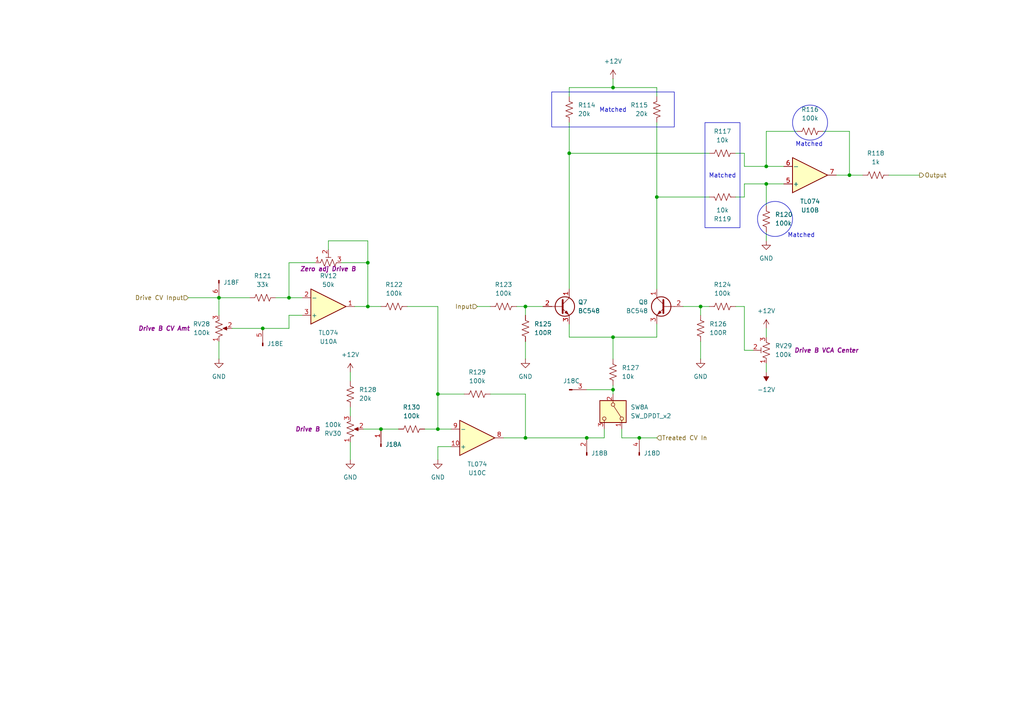
<source format=kicad_sch>
(kicad_sch (version 20250114) (generator "eeschema") (generator_version "9.0")
  (paper "A4")
  (title_block (company "DMH Instruments") (comment 1 "PCB for 15cm Kosmo format synthesizer module"))
  (lib_symbols
    (symbol "Amplifier_Operational:TL074" (pin_names (offset 0.127))
      (property "Reference" "U" (at 0 5.08 0))
      (property "Value" "TL074" (at 0 -5.08 0))
      (symbol "TL074_1_1"
        (polyline (pts (xy -5.08 5.08) (xy 5.08 0) (xy -5.08 -5.08) (xy -5.08 5.08)) (stroke (width 0.254)) (fill (type background)))
        (pin input line (at -7.62 2.54 0) (length 2.54) (name "+") (number "3"))
        (pin input line (at -7.62 -2.54 0) (length 2.54) (name "-") (number "2"))
        (pin output line (at 7.62 0 180) (length 2.54) (name "~") (number "1"))
      )
      (symbol "TL074_2_1"
        (polyline (pts (xy -5.08 5.08) (xy 5.08 0) (xy -5.08 -5.08) (xy -5.08 5.08)) (stroke (width 0.254)) (fill (type background)))
        (pin input line (at -7.62 2.54 0) (length 2.54) (name "+") (number "5"))
        (pin input line (at -7.62 -2.54 0) (length 2.54) (name "-") (number "6"))
        (pin output line (at 7.62 0 180) (length 2.54) (name "~") (number "7"))
      )
      (symbol "TL074_3_1"
        (polyline (pts (xy -5.08 5.08) (xy 5.08 0) (xy -5.08 -5.08) (xy -5.08 5.08)) (stroke (width 0.254)) (fill (type background)))
        (pin input line (at -7.62 2.54 0) (length 2.54) (name "+") (number "10"))
        (pin input line (at -7.62 -2.54 0) (length 2.54) (name "-") (number "9"))
        (pin output line (at 7.62 0 180) (length 2.54) (name "~") (number "8"))
      )
      (symbol "TL074_4_1"
        (polyline (pts (xy -5.08 5.08) (xy 5.08 0) (xy -5.08 -5.08) (xy -5.08 5.08)) (stroke (width 0.254)) (fill (type background)))
        (pin input line (at -7.62 2.54 0) (length 2.54) (name "+") (number "12"))
        (pin input line (at -7.62 -2.54 0) (length 2.54) (name "-") (number "13"))
        (pin output line (at 7.62 0 180) (length 2.54) (name "~") (number "14"))
      )
      (symbol "TL074_5_1"
        (pin power_in line (at -2.54 7.62 270) (length 3.81) (name "V+") (number "4"))
        (pin power_in line (at -2.54 -7.62 90) (length 3.81) (name "V-") (number "11"))
      )
    )
    (symbol "Device:R_Potentiometer_Trim_US" (pin_names (offset 1.016) (hide yes))
      (property "Reference" "RV" (at -4.445 0 90))
      (property "Value" "R_Potentiometer_Trim_US" (at -2.54 0 90))
      (symbol "R_Potentiometer_Trim_US_0_1"
        (polyline (pts (xy 0 2.286) (xy 0 2.54)))
        (polyline (pts (xy 0 2.286) (xy 1.016 1.905) (xy 0 1.524) (xy -1.016 1.143) (xy 0 0.762)))
        (polyline (pts (xy 0 0.762) (xy 1.016 0.381) (xy 0 0) (xy -1.016 -0.381) (xy 0 -0.762)))
        (polyline (pts (xy 0 -0.762) (xy 1.016 -1.143) (xy 0 -1.524) (xy -1.016 -1.905) (xy 0 -2.286)))
        (polyline (pts (xy 0 -2.286) (xy 0 -2.54)))
        (polyline (pts (xy 1.524 0.762) (xy 1.524 -0.762)))
        (polyline (pts (xy 2.54 0) (xy 1.524 0)))
      )
      (symbol "R_Potentiometer_Trim_US_1_1"
        (pin passive line (at 0 3.81 270) (length 1.27) (name "1") (number "1"))
        (pin passive line (at 0 -3.81 90) (length 1.27) (name "3") (number "3"))
        (pin passive line (at 3.81 0 180) (length 1.27) (name "2") (number "2"))
      )
    )
    (symbol "Device:R_Potentiometer_US" (pin_names (offset 1.016) (hide yes))
      (property "Reference" "RV" (at -4.445 0 90))
      (property "Value" "R_Potentiometer_US" (at -2.54 0 90))
      (symbol "R_Potentiometer_US_0_1"
        (polyline (pts (xy 0 2.54) (xy 0 2.286)))
        (polyline (pts (xy 0 2.286) (xy 1.016 1.905) (xy 0 1.524) (xy -1.016 1.143) (xy 0 0.762)))
        (polyline (pts (xy 0 0.762) (xy 1.016 0.381) (xy 0 0) (xy -1.016 -0.381) (xy 0 -0.762)))
        (polyline (pts (xy 0 -0.762) (xy 1.016 -1.143) (xy 0 -1.524) (xy -1.016 -1.905) (xy 0 -2.286)))
        (polyline (pts (xy 0 -2.286) (xy 0 -2.54)))
        (polyline (pts (xy 1.143 0) (xy 2.286 0.508) (xy 2.286 -0.508) (xy 1.143 0)) (fill (type outline)))
        (polyline (pts (xy 2.54 0) (xy 1.524 0)))
      )
      (symbol "R_Potentiometer_US_1_1"
        (pin passive line (at 0 3.81 270) (length 1.27) (name "1") (number "1"))
        (pin passive line (at 0 -3.81 90) (length 1.27) (name "3") (number "3"))
        (pin passive line (at 3.81 0 180) (length 1.27) (name "2") (number "2"))
      )
    )
    (symbol "Device:R_US" (pin_numbers (hide yes)) (pin_names (offset 0))
      (property "Reference" "R" (at 2.54 0 90))
      (property "Value" "R_US" (at -2.54 0 90))
      (symbol "R_US_0_1"
        (polyline (pts (xy 0 2.286) (xy 0 2.54)))
        (polyline (pts (xy 0 2.286) (xy 1.016 1.905) (xy 0 1.524) (xy -1.016 1.143) (xy 0 0.762)))
        (polyline (pts (xy 0 0.762) (xy 1.016 0.381) (xy 0 0) (xy -1.016 -0.381) (xy 0 -0.762)))
        (polyline (pts (xy 0 -0.762) (xy 1.016 -1.143) (xy 0 -1.524) (xy -1.016 -1.905) (xy 0 -2.286)))
        (polyline (pts (xy 0 -2.286) (xy 0 -2.54)))
      )
      (symbol "R_US_1_1"
        (pin passive line (at 0 3.81 270) (length 1.27) (name "~") (number "1"))
        (pin passive line (at 0 -3.81 90) (length 1.27) (name "~") (number "2"))
      )
    )
    (symbol "Switch:SW_DPDT_x2" (pin_names (offset 0) (hide yes))
      (property "Reference" "SW" (at 0 5.08 0))
      (property "Value" "SW_DPDT_x2" (at 0 -5.08 0))
      (symbol "SW_DPDT_x2_0_0"
        (circle (center -2.032 0) (radius 0.508))
        (circle (center 2.032 -2.54) (radius 0.508))
      )
      (symbol "SW_DPDT_x2_0_1"
        (rectangle (start -3.175 3.81) (end 3.175 -3.81) (stroke (width 0.254)) (fill (type background)))
        (polyline (pts (xy -1.524 0.254) (xy 1.5748 2.286)))
        (circle (center 2.032 2.54) (radius 0.508))
      )
      (symbol "SW_DPDT_x2_1_1"
        (pin passive line (at -5.08 0 0) (length 2.54) (name "B") (number "2"))
        (pin passive line (at 5.08 2.54 180) (length 2.54) (name "A") (number "1"))
        (pin passive line (at 5.08 -2.54 180) (length 2.54) (name "C") (number "3"))
      )
      (symbol "SW_DPDT_x2_2_1"
        (pin passive line (at -5.08 0 0) (length 2.54) (name "B") (number "5"))
        (pin passive line (at 5.08 2.54 180) (length 2.54) (name "A") (number "4"))
        (pin passive line (at 5.08 -2.54 180) (length 2.54) (name "C") (number "6"))
      )
    )
    (symbol "SynthStuff:Conn_01x06_PinHeader" (pin_names (offset 1.016) (hide yes))
      (property "Reference" "J" (at 0 2.54 0))
      (symbol "Conn_01x06_PinHeader_1_1"
        (rectangle (start 0.8636 0.127) (end 0 -0.127) (stroke (width 0.1524)) (fill (type outline)))
        (polyline (pts (xy 1.27 0) (xy 0.8636 0)) (stroke (width 0.1524)))
        (pin passive line (at 5.08 0 180) (length 3.81) (name "Pin_1") (number "1"))
      )
      (symbol "Conn_01x06_PinHeader_2_1"
        (rectangle (start 0.8636 0.127) (end 0 -0.127) (stroke (width 0.1524)) (fill (type outline)))
        (polyline (pts (xy 1.27 0) (xy 0.8636 0)) (stroke (width 0.1524)))
        (pin passive line (at 5.08 0 180) (length 3.81) (name "Pin_2") (number "2"))
      )
      (symbol "Conn_01x06_PinHeader_3_1"
        (rectangle (start 0.8636 0.127) (end 0 -0.127) (stroke (width 0.1524)) (fill (type outline)))
        (polyline (pts (xy 1.27 0) (xy 0.8636 0)) (stroke (width 0.1524)))
        (pin passive line (at 5.08 0 180) (length 3.81) (name "Pin_3") (number "3"))
      )
      (symbol "Conn_01x06_PinHeader_4_1"
        (rectangle (start 0.8636 0.127) (end 0 -0.127) (stroke (width 0.1524)) (fill (type outline)))
        (polyline (pts (xy 1.27 0) (xy 0.8636 0)) (stroke (width 0.1524)))
        (pin passive line (at 5.08 0 180) (length 3.81) (name "Pin_4") (number "4"))
      )
      (symbol "Conn_01x06_PinHeader_5_1"
        (rectangle (start 0.8636 0.127) (end 0 -0.127) (stroke (width 0.1524)) (fill (type outline)))
        (polyline (pts (xy 1.27 0) (xy 0.8636 0)) (stroke (width 0.1524)))
        (pin passive line (at 5.08 0 180) (length 3.81) (name "Pin_5") (number "5"))
      )
      (symbol "Conn_01x06_PinHeader_6_1"
        (rectangle (start 0.8636 0.127) (end 0 -0.127) (stroke (width 0.1524)) (fill (type outline)))
        (polyline (pts (xy 1.27 0) (xy 0.8636 0)) (stroke (width 0.1524)))
        (pin passive line (at 5.08 0 180) (length 3.81) (name "Pin_6") (number "6"))
      )
    )
    (symbol "Transistor_BJT:BC548" (pin_names (offset 0) (hide yes))
      (property "Reference" "Q" (at 5.08 1.905 0))
      (property "Value" "BC548" (at 5.08 0 0))
      (symbol "BC548_0_1"
        (polyline (pts (xy -2.54 0) (xy 0.635 0)))
        (polyline (pts (xy 0.635 1.905) (xy 0.635 -1.905)) (stroke (width 0.508)))
        (circle (center 1.27 0) (radius 2.8194) (stroke (width 0.254)))
      )
      (symbol "BC548_1_1"
        (polyline (pts (xy 0.635 0.635) (xy 2.54 2.54)))
        (polyline (pts (xy 0.635 -0.635) (xy 2.54 -2.54)))
        (polyline (pts (xy 1.27 -1.778) (xy 1.778 -1.27) (xy 2.286 -2.286) (xy 1.27 -1.778)) (fill (type outline)))
        (pin input line (at -5.08 0 0) (length 2.54) (name "B") (number "2"))
        (pin passive line (at 2.54 5.08 270) (length 2.54) (name "C") (number "1"))
        (pin passive line (at 2.54 -5.08 90) (length 2.54) (name "E") (number "3"))
      )
    )
    (symbol "power:+12V" (power) (pin_numbers (hide yes)) (pin_names (offset 0) (hide yes))
      (property "Value" "+12V" (at 0 3.556 0))
      (symbol "+12V_0_1"
        (polyline (pts (xy -0.762 1.27) (xy 0 2.54)))
        (polyline (pts (xy 0 2.54) (xy 0.762 1.27)))
        (polyline (pts (xy 0 0) (xy 0 2.54)))
      )
      (symbol "+12V_1_1"
        (pin power_in line (at 0 0 90) (length 0) (name "~") (number "1"))
      )
    )
    (symbol "power:-12V" (power) (pin_numbers (hide yes)) (pin_names (offset 0) (hide yes))
      (property "Value" "-12V" (at 0 3.556 0))
      (symbol "-12V_0_0"
        (pin power_in line (at 0 0 90) (length 0) (name "~") (number "1"))
      )
      (symbol "-12V_0_1"
        (polyline (pts (xy 0 0) (xy 0 1.27) (xy 0.762 1.27) (xy 0 2.54) (xy -0.762 1.27) (xy 0 1.27)) (fill (type outline)))
      )
    )
    (symbol "power:GND" (power) (pin_numbers (hide yes)) (pin_names (offset 0) (hide yes))
      (property "Value" "GND" (at 0 -3.81 0))
      (symbol "GND_0_1"
        (polyline (pts (xy 0 0) (xy 0 -1.27) (xy 1.27 -1.27) (xy 0 -2.54) (xy -1.27 -1.27) (xy 0 -1.27)))
      )
      (symbol "GND_1_1"
        (pin power_in line (at 0 0 270) (length 0) (name "~") (number "1"))
      )
    )
  )
  (rectangle (start 160.02 26.67) (end 195.58 36.83))
  (circle (center 224.79 63.5) (radius 5.08))
  (circle (center 234.95 35.56) (radius 5.08))
  (rectangle (start 204.47 35.56) (end 214.63 66.04))
  (text "Matched" (at 177.8 32.004 0) (effects (font (size 1.27 1.27))))
  (text "Matched" (at 234.696 41.91 0) (effects (font (size 1.27 1.27))))
  (text "Matched" (at 232.41 68.326 0) (effects (font (size 1.27 1.27))))
  (text "Matched" (at 209.55 51.054 0) (effects (font (size 1.27 1.27))))
  (junction (at 106.68 88.9))
  (junction (at 190.5 57.15))
  (junction (at 165.1 44.45))
  (junction (at 222.25 53.34))
  (junction (at 110.49 124.46))
  (junction (at 177.8 25.4))
  (junction (at 246.38 50.8))
  (junction (at 152.4 127))
  (junction (at 170.18 127))
  (junction (at 63.5 86.36))
  (junction (at 177.8 113.03))
  (junction (at 127 124.46))
  (junction (at 152.4 88.9))
  (junction (at 203.2 88.9))
  (junction (at 76.2 95.25))
  (junction (at 106.68 76.2))
  (junction (at 127 114.3))
  (junction (at 222.25 48.26))
  (junction (at 177.8 97.79))
  (junction (at 185.42 127))
  (junction (at 83.82 86.36))
  (wire (pts (xy 215.9 48.26) (xy 222.25 48.26)))
  (wire (pts (xy 190.5 57.15) (xy 190.5 83.82)))
  (wire (pts (xy 54.61 86.36) (xy 63.5 86.36)))
  (wire (pts (xy 152.4 127) (xy 170.18 127)))
  (wire (pts (xy 190.5 25.4) (xy 177.8 25.4)))
  (wire (pts (xy 101.6 128.27) (xy 101.6 133.35)))
  (wire (pts (xy 165.1 44.45) (xy 205.74 44.45)))
  (wire (pts (xy 165.1 97.79) (xy 177.8 97.79)))
  (wire (pts (xy 127 114.3) (xy 127 124.46)))
  (wire (pts (xy 213.36 44.45) (xy 215.9 44.45)))
  (wire (pts (xy 222.25 67.31) (xy 222.25 69.85)))
  (wire (pts (xy 203.2 88.9) (xy 203.2 91.44)))
  (wire (pts (xy 67.31 95.25) (xy 76.2 95.25)))
  (wire (pts (xy 215.9 88.9) (xy 215.9 101.6)))
  (wire (pts (xy 165.1 44.45) (xy 165.1 83.82)))
  (wire (pts (xy 83.82 95.25) (xy 83.82 91.44)))
  (wire (pts (xy 222.25 95.25) (xy 222.25 97.79)))
  (wire (pts (xy 152.4 88.9) (xy 152.4 91.44)))
  (wire (pts (xy 257.81 50.8) (xy 266.7 50.8)))
  (wire (pts (xy 101.6 107.95) (xy 101.6 110.49)))
  (wire (pts (xy 106.68 88.9) (xy 110.49 88.9)))
  (wire (pts (xy 123.19 124.46) (xy 127 124.46)))
  (wire (pts (xy 190.5 127) (xy 185.42 127)))
  (wire (pts (xy 238.76 38.1) (xy 246.38 38.1)))
  (wire (pts (xy 246.38 50.8) (xy 250.19 50.8)))
  (wire (pts (xy 80.01 86.36) (xy 83.82 86.36)))
  (wire (pts (xy 222.25 38.1) (xy 222.25 48.26)))
  (wire (pts (xy 222.25 53.34) (xy 227.33 53.34)))
  (wire (pts (xy 190.5 27.94) (xy 190.5 25.4)))
  (wire (pts (xy 170.18 113.03) (xy 177.8 113.03)))
  (wire (pts (xy 95.25 69.85) (xy 106.68 69.85)))
  (wire (pts (xy 222.25 105.41) (xy 222.25 107.95)))
  (wire (pts (xy 165.1 27.94) (xy 165.1 25.4)))
  (wire (pts (xy 83.82 86.36) (xy 87.63 86.36)))
  (wire (pts (xy 165.1 35.56) (xy 165.1 44.45)))
  (wire (pts (xy 190.5 93.98) (xy 190.5 97.79)))
  (wire (pts (xy 110.49 124.46) (xy 115.57 124.46)))
  (wire (pts (xy 175.26 124.46) (xy 175.26 127)))
  (wire (pts (xy 127 124.46) (xy 130.81 124.46)))
  (wire (pts (xy 170.18 127) (xy 175.26 127)))
  (wire (pts (xy 215.9 44.45) (xy 215.9 48.26)))
  (wire (pts (xy 177.8 25.4) (xy 177.8 22.86)))
  (wire (pts (xy 101.6 118.11) (xy 101.6 120.65)))
  (wire (pts (xy 152.4 88.9) (xy 157.48 88.9)))
  (wire (pts (xy 118.11 88.9) (xy 127 88.9)))
  (wire (pts (xy 149.86 88.9) (xy 152.4 88.9)))
  (wire (pts (xy 190.5 57.15) (xy 205.74 57.15)))
  (wire (pts (xy 106.68 88.9) (xy 102.87 88.9)))
  (wire (pts (xy 177.8 111.76) (xy 177.8 113.03)))
  (wire (pts (xy 190.5 97.79) (xy 177.8 97.79)))
  (wire (pts (xy 222.25 48.26) (xy 227.33 48.26)))
  (wire (pts (xy 152.4 99.06) (xy 152.4 104.14)))
  (wire (pts (xy 63.5 86.36) (xy 63.5 91.44)))
  (wire (pts (xy 231.14 38.1) (xy 222.25 38.1)))
  (wire (pts (xy 203.2 99.06) (xy 203.2 104.14)))
  (wire (pts (xy 130.81 129.54) (xy 127 129.54)))
  (wire (pts (xy 142.24 114.3) (xy 152.4 114.3)))
  (wire (pts (xy 222.25 53.34) (xy 222.25 59.69)))
  (wire (pts (xy 63.5 86.36) (xy 72.39 86.36)))
  (wire (pts (xy 198.12 88.9) (xy 203.2 88.9)))
  (wire (pts (xy 215.9 53.34) (xy 222.25 53.34)))
  (wire (pts (xy 83.82 91.44) (xy 87.63 91.44)))
  (wire (pts (xy 146.05 127) (xy 152.4 127)))
  (wire (pts (xy 215.9 101.6) (xy 218.44 101.6)))
  (wire (pts (xy 76.2 95.25) (xy 83.82 95.25)))
  (wire (pts (xy 213.36 57.15) (xy 215.9 57.15)))
  (wire (pts (xy 134.62 114.3) (xy 127 114.3)))
  (wire (pts (xy 105.41 124.46) (xy 110.49 124.46)))
  (wire (pts (xy 106.68 76.2) (xy 106.68 88.9)))
  (wire (pts (xy 190.5 35.56) (xy 190.5 57.15)))
  (wire (pts (xy 177.8 97.79) (xy 177.8 104.14)))
  (wire (pts (xy 127 129.54) (xy 127 133.35)))
  (wire (pts (xy 203.2 88.9) (xy 205.74 88.9)))
  (wire (pts (xy 215.9 57.15) (xy 215.9 53.34)))
  (wire (pts (xy 83.82 76.2) (xy 83.82 86.36)))
  (wire (pts (xy 246.38 38.1) (xy 246.38 50.8)))
  (wire (pts (xy 177.8 113.03) (xy 177.8 114.3)))
  (wire (pts (xy 242.57 50.8) (xy 246.38 50.8)))
  (wire (pts (xy 127 88.9) (xy 127 114.3)))
  (wire (pts (xy 106.68 69.85) (xy 106.68 76.2)))
  (wire (pts (xy 99.06 76.2) (xy 106.68 76.2)))
  (wire (pts (xy 152.4 114.3) (xy 152.4 127)))
  (wire (pts (xy 83.82 76.2) (xy 91.44 76.2)))
  (wire (pts (xy 138.43 88.9) (xy 142.24 88.9)))
  (wire (pts (xy 180.34 127) (xy 180.34 124.46)))
  (wire (pts (xy 185.42 127) (xy 180.34 127)))
  (wire (pts (xy 63.5 99.06) (xy 63.5 104.14)))
  (wire (pts (xy 165.1 25.4) (xy 177.8 25.4)))
  (wire (pts (xy 165.1 93.98) (xy 165.1 97.79)))
  (wire (pts (xy 95.25 72.39) (xy 95.25 69.85)))
  (wire (pts (xy 213.36 88.9) (xy 215.9 88.9)))
  (hierarchical_label "Treated CV In" (shape input) (at 190.5 127 0))
  (hierarchical_label "Output" (shape output) (at 266.7 50.8 0))
  (hierarchical_label "Input" (shape input) (at 138.43 88.9 180))
  (hierarchical_label "Drive CV Input" (shape input) (at 54.61 86.36 180))
  (symbol (lib_id "power:GND") (at 222.25 69.85 0) (unit 1)
    (property "Reference" "#PWR078" (effects (hide yes)))
    (property "Value" "GND" (at 222.25 74.93 0))
    (property "Description" "Power symbol creates a global label with name \"GND\" , ground" (effects (hide yes)))
  )
  (symbol (lib_id "Device:R_US") (at 114.3 88.9 90) (unit 1) (on_board no)
    (property "Reference" "R122" (at 114.3 82.55 90))
    (property "Value" "100k" (at 114.3 85.09 90))
    (property "Footprint" "Resistor_THT:R_Axial_DIN0207_L6.3mm_D2.5mm_P7.62mm_Horizontal" (effects (hide yes)))
    (property "Description" "Resistor, US symbol" (effects (hide yes)))
  )
  (symbol (lib_id "Device:R_Potentiometer_US") (at 101.6 124.46 0) (mirror x) (unit 1)
    (property "Reference" "RV30" (at 99.06 125.7301 0) (effects (justify right)))
    (property "Value" "100k" (at 99.06 123.1901 0) (effects (justify right)))
    (property "Footprint" "SynthStuff:Potentiometer_Alpha_RD901F-40-00D_Single_Vertical" (effects (hide yes)))
    (property "Description" "Potentiometer, US symbol" (effects (hide yes)))
    (property "Function" "Drive B" (at 89.154 124.46 0) (effects (font (thickness 0.254) (bold yes) (italic yes))))
  )
  (symbol (lib_id "Device:R_US") (at 203.2 95.25 180) (unit 1) (on_board no)
    (property "Reference" "R126" (at 205.74 93.9799 0) (effects (justify right)))
    (property "Value" "100R" (at 205.74 96.5199 0) (effects (justify right)))
    (property "Footprint" "Resistor_THT:R_Axial_DIN0207_L6.3mm_D2.5mm_P7.62mm_Horizontal" (effects (hide yes)))
    (property "Description" "Resistor, US symbol" (effects (hide yes)))
  )
  (symbol (lib_id "power:GND") (at 127 133.35 0) (unit 1)
    (property "Reference" "#PWR097" (effects (hide yes)))
    (property "Value" "GND" (at 127 138.43 0))
    (property "Description" "Power symbol creates a global label with name \"GND\" , ground" (effects (hide yes)))
  )
  (symbol (lib_id "power:GND") (at 152.4 104.14 0) (unit 1)
    (property "Reference" "#PWR092" (effects (hide yes)))
    (property "Value" "GND" (at 152.4 109.22 0))
    (property "Description" "Power symbol creates a global label with name \"GND\" , ground" (effects (hide yes)))
  )
  (symbol (lib_id "Device:R_US") (at 146.05 88.9 270) (unit 1) (on_board no)
    (property "Reference" "R123" (at 146.05 82.55 90))
    (property "Value" "100k" (at 146.05 85.09 90))
    (property "Footprint" "Resistor_THT:R_Axial_DIN0207_L6.3mm_D2.5mm_P7.62mm_Horizontal" (effects (hide yes)))
    (property "Description" "Resistor, US symbol" (effects (hide yes)))
  )
  (symbol (lib_id "power:GND") (at 101.6 133.35 0) (unit 1)
    (property "Reference" "#PWR096" (effects (hide yes)))
    (property "Value" "GND" (at 101.6 138.43 0))
    (property "Description" "Power symbol creates a global label with name \"GND\" , ground" (effects (hide yes)))
  )
  (symbol (lib_id "Switch:SW_DPDT_x2") (at 177.8 119.38 270) (unit 1)
    (property "Reference" "SW8" (at 182.88 118.1099 90) (effects (justify left)))
    (property "Value" "SW_DPDT_x2" (at 182.88 120.6499 90) (effects (justify left)))
    (property "Footprint" "SynthStuff:Toggle_Switch_2_Poles_TE" (effects (hide yes)))
    (property "Description" "Switch, dual pole double throw, separate symbols" (effects (hide yes)))
  )
  (symbol (lib_id "power:-12V") (at 222.25 107.95 180) (unit 1)
    (property "Reference" "#PWR095" (effects (hide yes)))
    (property "Value" "-12V" (at 222.25 113.03 0))
    (property "Description" "Power symbol creates a global label with name \"-12V\"" (effects (hide yes)))
  )
  (symbol (lib_id "Transistor_BJT:BC548") (at 193.04 88.9 0) (mirror y) (unit 1) (on_board no)
    (property "Reference" "Q8" (at 187.96 87.6299 0) (effects (justify left)))
    (property "Value" "BC548" (at 187.96 90.1699 0) (effects (justify left)))
    (property "Footprint" "Package_TO_SOT_THT:TO-92L_Inline_Wide" (effects (hide yes)))
    (property "Datasheet" "https://www.onsemi.com/pub/Collateral/BC550-D.pdf" (effects (hide yes)))
    (property "Description" "0.1A Ic, 30V Vce, Small Signal NPN Transistor, TO-92" (effects (hide yes)))
  )
  (symbol (lib_id "SynthStuff:Conn_01x06_PinHeader") (at 170.18 132.08 90) (unit 2)
    (property "Reference" "J18" (at 171.45 131.4449 90) (effects (justify right)))
    (property "Value" "Conn_01x06_PinHeader" (effects (hide yes)))
    (property "Footprint" "Connector_PinSocket_2.54mm:PinSocket_1x06_P2.54mm_Vertical" (effects (hide yes)))
    (property "Description" "Generic connector, single row, 01x06" (effects (hide yes)))
  )
  (symbol (lib_id "SynthStuff:Conn_01x06_PinHeader") (at 165.1 113.03 0) (unit 3)
    (property "Reference" "J18" (at 165.735 110.49 0))
    (property "Value" "Conn_01x06_PinHeader" (effects (hide yes)))
    (property "Footprint" "Connector_PinSocket_2.54mm:PinSocket_1x06_P2.54mm_Vertical" (effects (hide yes)))
    (property "Description" "Generic connector, single row, 01x06" (effects (hide yes)))
  )
  (symbol (lib_id "Amplifier_Operational:TL074") (at 95.25 88.9 0) (mirror x) (unit 1) (on_board no)
    (property "Reference" "U10" (at 95.25 99.06 0))
    (property "Value" "TL074" (at 95.25 96.52 0))
    (property "Footprint" "Package_DIP:DIP-14_W7.62mm_Socket" (effects (hide yes)))
    (property "Datasheet" "http://www.ti.com/lit/ds/symlink/tl071.pdf" (effects (hide yes)))
    (property "Description" "Quad Low-Noise JFET-Input Operational Amplifiers, DIP-14/SOIC-14" (effects (hide yes)))
  )
  (symbol (lib_id "Device:R_US") (at 209.55 44.45 270) (unit 1) (on_board no)
    (property "Reference" "R117" (at 209.55 38.1 90))
    (property "Value" "10k" (at 209.55 40.64 90))
    (property "Footprint" "Resistor_THT:R_Axial_DIN0207_L6.3mm_D2.5mm_P7.62mm_Horizontal" (effects (hide yes)))
    (property "Description" "Resistor, US symbol" (effects (hide yes)))
  )
  (symbol (lib_id "Device:R_US") (at 76.2 86.36 90) (unit 1) (on_board no)
    (property "Reference" "R121" (at 76.2 80.01 90))
    (property "Value" "33k" (at 76.2 82.55 90))
    (property "Footprint" "Resistor_THT:R_Axial_DIN0207_L6.3mm_D2.5mm_P7.62mm_Horizontal" (effects (hide yes)))
    (property "Description" "Resistor, US symbol" (effects (hide yes)))
  )
  (symbol (lib_id "Device:R_US") (at 209.55 88.9 270) (unit 1) (on_board no)
    (property "Reference" "R124" (at 209.55 82.55 90))
    (property "Value" "100k" (at 209.55 85.09 90))
    (property "Footprint" "Resistor_THT:R_Axial_DIN0207_L6.3mm_D2.5mm_P7.62mm_Horizontal" (effects (hide yes)))
    (property "Description" "Resistor, US symbol" (effects (hide yes)))
  )
  (symbol (lib_id "Device:R_US") (at 138.43 114.3 90) (unit 1) (on_board no)
    (property "Reference" "R129" (at 138.43 107.95 90))
    (property "Value" "100k" (at 138.43 110.49 90))
    (property "Footprint" "Resistor_THT:R_Axial_DIN0207_L6.3mm_D2.5mm_P7.62mm_Horizontal" (effects (hide yes)))
    (property "Description" "Resistor, US symbol" (effects (hide yes)))
  )
  (symbol (lib_id "Device:R_US") (at 234.95 38.1 270) (unit 1) (on_board no)
    (property "Reference" "R116" (at 234.95 31.75 90))
    (property "Value" "100k" (at 234.95 34.29 90))
    (property "Footprint" "Resistor_THT:R_Axial_DIN0207_L6.3mm_D2.5mm_P7.62mm_Horizontal" (effects (hide yes)))
    (property "Description" "Resistor, US symbol" (effects (hide yes)))
  )
  (symbol (lib_id "Device:R_US") (at 165.1 31.75 180) (unit 1) (on_board no)
    (property "Reference" "R114" (at 167.64 30.4799 0) (effects (justify right)))
    (property "Value" "20k" (at 167.64 33.0199 0) (effects (justify right)))
    (property "Footprint" "Resistor_THT:R_Axial_DIN0207_L6.3mm_D2.5mm_P7.62mm_Horizontal" (effects (hide yes)))
    (property "Description" "Resistor, US symbol" (effects (hide yes)))
  )
  (symbol (lib_id "Amplifier_Operational:TL074") (at 138.43 127 0) (mirror x) (unit 3) (on_board no)
    (property "Reference" "U10" (at 138.43 137.16 0))
    (property "Value" "TL074" (at 138.43 134.62 0))
    (property "Footprint" "Package_DIP:DIP-14_W7.62mm_Socket" (effects (hide yes)))
    (property "Datasheet" "http://www.ti.com/lit/ds/symlink/tl071.pdf" (effects (hide yes)))
    (property "Description" "Quad Low-Noise JFET-Input Operational Amplifiers, DIP-14/SOIC-14" (effects (hide yes)))
  )
  (symbol (lib_id "Device:R_US") (at 119.38 124.46 90) (unit 1) (on_board no)
    (property "Reference" "R130" (at 119.38 118.11 90))
    (property "Value" "100k" (at 119.38 120.65 90))
    (property "Footprint" "Resistor_THT:R_Axial_DIN0207_L6.3mm_D2.5mm_P7.62mm_Horizontal" (effects (hide yes)))
    (property "Description" "Resistor, US symbol" (effects (hide yes)))
  )
  (symbol (lib_id "Device:R_Potentiometer_US") (at 63.5 95.25 0) (mirror x) (unit 1)
    (property "Reference" "RV28" (at 60.96 93.9799 0) (effects (justify right)))
    (property "Value" "100k" (at 60.96 96.5199 0) (effects (justify right)))
    (property "Footprint" "SynthStuff:Potentiometer_TT_P110KH1" (effects (hide yes)))
    (property "Description" "Potentiometer, US symbol" (effects (hide yes)))
    (property "Function" "Drive B CV Amt" (at 47.498 95.25 0) (effects (font (thickness 0.254) (bold yes) (italic yes))))
  )
  (symbol (lib_id "Device:R_US") (at 152.4 95.25 180) (unit 1) (on_board no)
    (property "Reference" "R125" (at 154.94 93.9799 0) (effects (justify right)))
    (property "Value" "100R" (at 154.94 96.5199 0) (effects (justify right)))
    (property "Footprint" "Resistor_THT:R_Axial_DIN0207_L6.3mm_D2.5mm_P7.62mm_Horizontal" (effects (hide yes)))
    (property "Description" "Resistor, US symbol" (effects (hide yes)))
  )
  (symbol (lib_id "SynthStuff:Conn_01x06_PinHeader") (at 110.49 129.54 90) (unit 1)
    (property "Reference" "J18" (at 111.76 128.9049 90) (effects (justify right)))
    (property "Value" "Conn_01x06_PinHeader" (effects (hide yes)))
    (property "Footprint" "Connector_PinSocket_2.54mm:PinSocket_1x06_P2.54mm_Vertical" (effects (hide yes)))
    (property "Description" "Generic connector, single row, 01x06" (effects (hide yes)))
  )
  (symbol (lib_id "Device:R_US") (at 209.55 57.15 270) (mirror x) (unit 1) (on_board no)
    (property "Reference" "R119" (at 209.55 63.5 90))
    (property "Value" "10k" (at 209.55 60.96 90))
    (property "Footprint" "Resistor_THT:R_Axial_DIN0207_L6.3mm_D2.5mm_P7.62mm_Horizontal" (effects (hide yes)))
    (property "Description" "Resistor, US symbol" (effects (hide yes)))
  )
  (symbol (lib_id "Device:R_Potentiometer_Trim_US") (at 95.25 76.2 90) (unit 1) (on_board no)
    (property "Reference" "RV12" (at 95.25 80.01 90))
    (property "Value" "50k" (at 95.25 82.55 90))
    (property "Footprint" "Potentiometer_THT:Potentiometer_Bourns_3296W_Vertical" (effects (hide yes)))
    (property "Description" "Trim-potentiometer, US symbol" (effects (hide yes)))
    (property "Function" "Zero adj Drive B" (at 95.25 77.978 90) (effects (font (thickness 0.254) (bold yes) (italic yes))))
  )
  (symbol (lib_id "Device:R_US") (at 177.8 107.95 180) (unit 1) (on_board no)
    (property "Reference" "R127" (at 180.34 106.6799 0) (effects (justify right)))
    (property "Value" "10k" (at 180.34 109.2199 0) (effects (justify right)))
    (property "Footprint" "Resistor_THT:R_Axial_DIN0207_L6.3mm_D2.5mm_P7.62mm_Horizontal" (effects (hide yes)))
    (property "Description" "Resistor, US symbol" (effects (hide yes)))
  )
  (symbol (lib_id "Device:R_US") (at 101.6 114.3 180) (unit 1)
    (property "Reference" "R128" (at 104.14 113.0299 0) (effects (justify right)))
    (property "Value" "20k" (at 104.14 115.5699 0) (effects (justify right)))
    (property "Footprint" "Resistor_THT:R_Axial_DIN0207_L6.3mm_D2.5mm_P7.62mm_Horizontal" (effects (hide yes)))
    (property "Description" "Resistor, US symbol" (effects (hide yes)))
  )
  (symbol (lib_id "SynthStuff:Conn_01x06_PinHeader") (at 76.2 100.33 90) (unit 5)
    (property "Reference" "J18" (at 77.47 99.6949 90) (effects (justify right)))
    (property "Value" "Conn_01x06_PinHeader" (effects (hide yes)))
    (property "Footprint" "Connector_PinSocket_2.54mm:PinSocket_1x06_P2.54mm_Vertical" (effects (hide yes)))
    (property "Description" "Generic connector, single row, 01x06" (effects (hide yes)))
  )
  (symbol (lib_id "Device:R_US") (at 222.25 63.5 0) (unit 1) (on_board no)
    (property "Reference" "R120" (at 224.79 62.2299 0) (effects (justify left)))
    (property "Value" "100k" (at 224.79 64.7699 0) (effects (justify left)))
    (property "Footprint" "Resistor_THT:R_Axial_DIN0207_L6.3mm_D2.5mm_P7.62mm_Horizontal" (effects (hide yes)))
    (property "Description" "Resistor, US symbol" (effects (hide yes)))
  )
  (symbol (lib_id "power:GND") (at 63.5 104.14 0) (unit 1)
    (property "Reference" "#PWR091" (effects (hide yes)))
    (property "Value" "GND" (at 63.5 109.22 0))
    (property "Description" "Power symbol creates a global label with name \"GND\" , ground" (effects (hide yes)))
  )
  (symbol (lib_id "SynthStuff:Conn_01x06_PinHeader") (at 185.42 132.08 90) (unit 4)
    (property "Reference" "J18" (at 186.69 131.4449 90) (effects (justify right)))
    (property "Value" "Conn_01x06_PinHeader" (effects (hide yes)))
    (property "Footprint" "Connector_PinSocket_2.54mm:PinSocket_1x06_P2.54mm_Vertical" (effects (hide yes)))
    (property "Description" "Generic connector, single row, 01x06" (effects (hide yes)))
  )
  (symbol (lib_id "Transistor_BJT:BC548") (at 162.56 88.9 0) (unit 1) (on_board no)
    (property "Reference" "Q7" (at 167.64 87.6299 0) (effects (justify left)))
    (property "Value" "BC548" (at 167.64 90.1699 0) (effects (justify left)))
    (property "Footprint" "Package_TO_SOT_THT:TO-92L_Inline_Wide" (effects (hide yes)))
    (property "Datasheet" "https://www.onsemi.com/pub/Collateral/BC550-D.pdf" (effects (hide yes)))
    (property "Description" "0.1A Ic, 30V Vce, Small Signal NPN Transistor, TO-92" (effects (hide yes)))
  )
  (symbol (lib_id "power:+12V") (at 177.8 22.86 0) (unit 1)
    (property "Reference" "#PWR031" (effects (hide yes)))
    (property "Value" "+12V" (at 177.8 17.78 0))
    (property "Description" "Power symbol creates a global label with name \"+12V\"" (effects (hide yes)))
  )
  (symbol (lib_id "power:+12V") (at 222.25 95.25 0) (unit 1)
    (property "Reference" "#PWR090" (effects (hide yes)))
    (property "Value" "+12V" (at 222.25 90.17 0))
    (property "Description" "Power symbol creates a global label with name \"+12V\"" (effects (hide yes)))
  )
  (symbol (lib_id "power:+12V") (at 101.6 107.95 0) (unit 1)
    (property "Reference" "#PWR094" (effects (hide yes)))
    (property "Value" "+12V" (at 101.6 102.87 0))
    (property "Description" "Power symbol creates a global label with name \"+12V\"" (effects (hide yes)))
  )
  (symbol (lib_id "Device:R_US") (at 254 50.8 270) (unit 1) (on_board no)
    (property "Reference" "R118" (at 254 44.45 90))
    (property "Value" "1k" (at 254 46.99 90))
    (property "Footprint" "Resistor_THT:R_Axial_DIN0207_L6.3mm_D2.5mm_P7.62mm_Horizontal" (effects (hide yes)))
    (property "Description" "Resistor, US symbol" (effects (hide yes)))
  )
  (symbol (lib_id "Amplifier_Operational:TL074") (at 234.95 50.8 0) (mirror x) (unit 2) (on_board no)
    (property "Reference" "U10" (at 234.95 60.96 0))
    (property "Value" "TL074" (at 234.95 58.42 0))
    (property "Footprint" "Package_DIP:DIP-14_W7.62mm_Socket" (effects (hide yes)))
    (property "Datasheet" "http://www.ti.com/lit/ds/symlink/tl071.pdf" (effects (hide yes)))
    (property "Description" "Quad Low-Noise JFET-Input Operational Amplifiers, DIP-14/SOIC-14" (effects (hide yes)))
  )
  (symbol (lib_id "Device:R_US") (at 190.5 31.75 0) (mirror x) (unit 1) (on_board no)
    (property "Reference" "R115" (at 187.96 30.4799 0) (effects (justify right)))
    (property "Value" "20k" (at 187.96 33.0199 0) (effects (justify right)))
    (property "Footprint" "Resistor_THT:R_Axial_DIN0207_L6.3mm_D2.5mm_P7.62mm_Horizontal" (effects (hide yes)))
    (property "Description" "Resistor, US symbol" (effects (hide yes)))
  )
  (symbol (lib_id "SynthStuff:Conn_01x06_PinHeader") (at 63.5 81.28 270) (unit 6)
    (property "Reference" "J18" (at 64.77 81.9149 90) (effects (justify left)))
    (property "Value" "Conn_01x06_PinHeader" (effects (hide yes)))
    (property "Footprint" "Connector_PinSocket_2.54mm:PinSocket_1x06_P2.54mm_Vertical" (effects (hide yes)))
    (property "Description" "Generic connector, single row, 01x06" (effects (hide yes)))
  )
  (symbol (lib_id "power:GND") (at 203.2 104.14 0) (unit 1)
    (property "Reference" "#PWR093" (effects (hide yes)))
    (property "Value" "GND" (at 203.2 109.22 0))
    (property "Description" "Power symbol creates a global label with name \"GND\" , ground" (effects (hide yes)))
  )
  (symbol (lib_id "Device:R_Potentiometer_Trim_US") (at 222.25 101.6 180) (unit 1) (on_board no)
    (property "Reference" "RV29" (at 224.79 100.3299 0) (effects (justify right)))
    (property "Value" "100k" (at 224.79 102.8699 0) (effects (justify right)))
    (property "Footprint" "Potentiometer_THT:Potentiometer_Bourns_3296W_Vertical" (effects (hide yes)))
    (property "Description" "Trim-potentiometer, US symbol" (effects (hide yes)))
    (property "Function" "Drive B VCA Center" (at 239.776 101.6 0) (effects (font (thickness 0.254) (bold yes) (italic yes))))
  )
)
</source>
